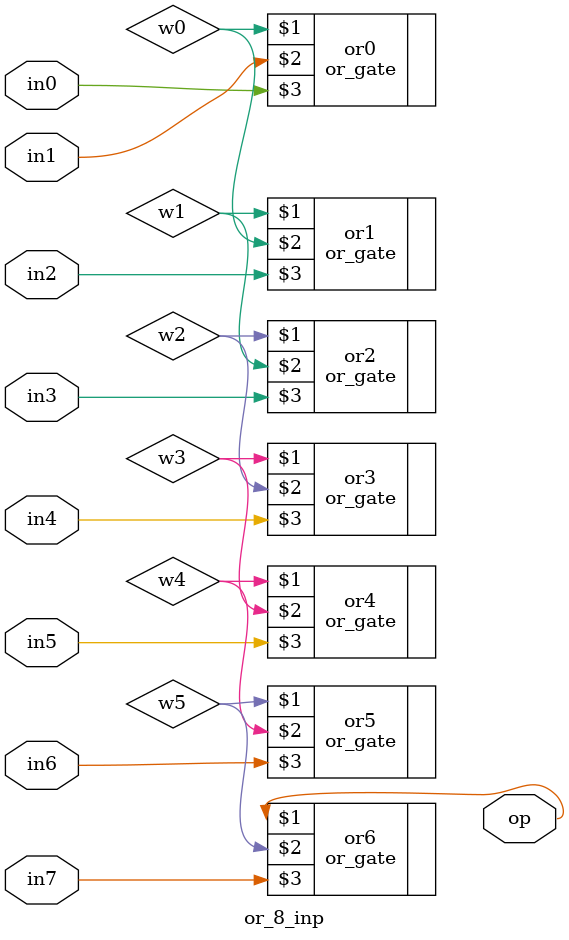
<source format=v>
module or_8_inp(op,in0,in1,in2,in3,in4,in5,in6,in7);
    input in0,in1,in2,in3,in4,in5,in6,in7;
    output op;
    wire w0,w2,w1,w3,w4,w5;
    or_gate or0(w0,in1,in0);
    or_gate or1(w1,w0,in2);
    or_gate or2(w2,w1,in3);
    or_gate or3(w3,w2,in4);
    or_gate or4(w4,w3,in5);
    or_gate or5(w5,w4,in6);
    or_gate or6(op,w5,in7);
endmodule
    
    
</source>
